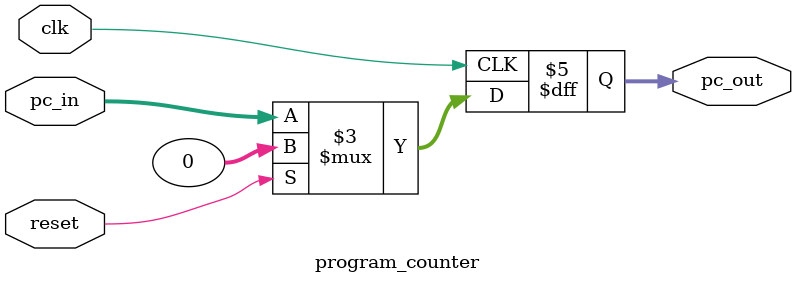
<source format=v>
`timescale 1ns / 1ps


module program_counter(
input clk,
input reset,
input [31:0] pc_in,
output reg [31:0] pc_out
 );
always @(posedge clk)
begin
     if (reset)
     pc_out<=0;
     else
	  pc_out<=pc_in;
end
endmodule

</source>
